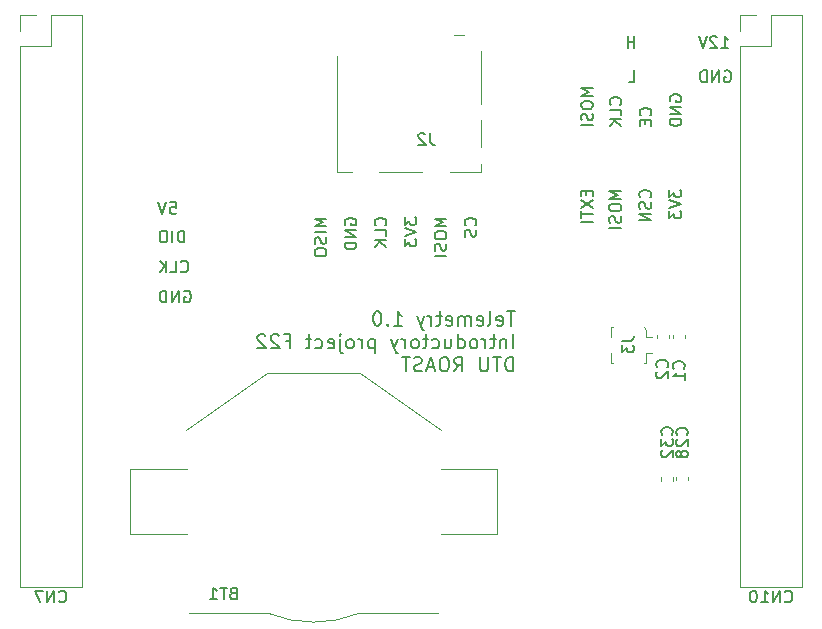
<source format=gbo>
%TF.GenerationSoftware,KiCad,Pcbnew,(6.0.1)*%
%TF.CreationDate,2022-04-28T18:35:21+02:00*%
%TF.ProjectId,STM32_NRF24_Tx,53544d33-325f-44e5-9246-32345f54782e,rev?*%
%TF.SameCoordinates,Original*%
%TF.FileFunction,Legend,Bot*%
%TF.FilePolarity,Positive*%
%FSLAX46Y46*%
G04 Gerber Fmt 4.6, Leading zero omitted, Abs format (unit mm)*
G04 Created by KiCad (PCBNEW (6.0.1)) date 2022-04-28 18:35:21*
%MOMM*%
%LPD*%
G01*
G04 APERTURE LIST*
%ADD10C,0.150000*%
%ADD11C,0.120000*%
G04 APERTURE END LIST*
D10*
X120856500Y-79224142D02*
X120904119Y-79271761D01*
X121046976Y-79319380D01*
X121142214Y-79319380D01*
X121285071Y-79271761D01*
X121380309Y-79176523D01*
X121427928Y-79081285D01*
X121475547Y-78890809D01*
X121475547Y-78747952D01*
X121427928Y-78557476D01*
X121380309Y-78462238D01*
X121285071Y-78367000D01*
X121142214Y-78319380D01*
X121046976Y-78319380D01*
X120904119Y-78367000D01*
X120856500Y-78414619D01*
X119951738Y-79319380D02*
X120427928Y-79319380D01*
X120427928Y-78319380D01*
X119618404Y-79319380D02*
X119618404Y-78319380D01*
X119046976Y-79319380D02*
X119475547Y-78747952D01*
X119046976Y-78319380D02*
X119618404Y-78890809D01*
X138166142Y-75329023D02*
X138213761Y-75281404D01*
X138261380Y-75138547D01*
X138261380Y-75043309D01*
X138213761Y-74900452D01*
X138118523Y-74805214D01*
X138023285Y-74757595D01*
X137832809Y-74709976D01*
X137689952Y-74709976D01*
X137499476Y-74757595D01*
X137404238Y-74805214D01*
X137309000Y-74900452D01*
X137261380Y-75043309D01*
X137261380Y-75138547D01*
X137309000Y-75281404D01*
X137356619Y-75329023D01*
X138261380Y-76233785D02*
X138261380Y-75757595D01*
X137261380Y-75757595D01*
X138261380Y-76567119D02*
X137261380Y-76567119D01*
X138261380Y-77138547D02*
X137689952Y-76709976D01*
X137261380Y-77138547D02*
X137832809Y-76567119D01*
X162277200Y-64825185D02*
X162229580Y-64729947D01*
X162229580Y-64587090D01*
X162277200Y-64444233D01*
X162372438Y-64348995D01*
X162467676Y-64301376D01*
X162658152Y-64253757D01*
X162801009Y-64253757D01*
X162991485Y-64301376D01*
X163086723Y-64348995D01*
X163181961Y-64444233D01*
X163229580Y-64587090D01*
X163229580Y-64682328D01*
X163181961Y-64825185D01*
X163134342Y-64872804D01*
X162801009Y-64872804D01*
X162801009Y-64682328D01*
X163229580Y-65301376D02*
X162229580Y-65301376D01*
X163229580Y-65872804D01*
X162229580Y-65872804D01*
X163229580Y-66348995D02*
X162229580Y-66348995D01*
X162229580Y-66587090D01*
X162277200Y-66729947D01*
X162372438Y-66825185D01*
X162467676Y-66872804D01*
X162658152Y-66920423D01*
X162801009Y-66920423D01*
X162991485Y-66872804D01*
X163086723Y-66825185D01*
X163181961Y-66729947D01*
X163229580Y-66587090D01*
X163229580Y-66348995D01*
X155736580Y-63729947D02*
X154736580Y-63729947D01*
X155450866Y-64063280D01*
X154736580Y-64396614D01*
X155736580Y-64396614D01*
X154736580Y-65063280D02*
X154736580Y-65253757D01*
X154784200Y-65348995D01*
X154879438Y-65444233D01*
X155069914Y-65491852D01*
X155403247Y-65491852D01*
X155593723Y-65444233D01*
X155688961Y-65348995D01*
X155736580Y-65253757D01*
X155736580Y-65063280D01*
X155688961Y-64968042D01*
X155593723Y-64872804D01*
X155403247Y-64825185D01*
X155069914Y-64825185D01*
X154879438Y-64872804D01*
X154784200Y-64968042D01*
X154736580Y-65063280D01*
X155688961Y-65872804D02*
X155736580Y-66015661D01*
X155736580Y-66253757D01*
X155688961Y-66348995D01*
X155641342Y-66396614D01*
X155546104Y-66444233D01*
X155450866Y-66444233D01*
X155355628Y-66396614D01*
X155308009Y-66348995D01*
X155260390Y-66253757D01*
X155212771Y-66063280D01*
X155165152Y-65968042D01*
X155117533Y-65920423D01*
X155022295Y-65872804D01*
X154927057Y-65872804D01*
X154831819Y-65920423D01*
X154784200Y-65968042D01*
X154736580Y-66063280D01*
X154736580Y-66301376D01*
X154784200Y-66444233D01*
X155736580Y-66872804D02*
X154736580Y-66872804D01*
X149154214Y-82627857D02*
X148468500Y-82627857D01*
X148811357Y-83827857D02*
X148811357Y-82627857D01*
X147611357Y-83770714D02*
X147725642Y-83827857D01*
X147954214Y-83827857D01*
X148068500Y-83770714D01*
X148125642Y-83656428D01*
X148125642Y-83199285D01*
X148068500Y-83085000D01*
X147954214Y-83027857D01*
X147725642Y-83027857D01*
X147611357Y-83085000D01*
X147554214Y-83199285D01*
X147554214Y-83313571D01*
X148125642Y-83427857D01*
X146868500Y-83827857D02*
X146982785Y-83770714D01*
X147039928Y-83656428D01*
X147039928Y-82627857D01*
X145954214Y-83770714D02*
X146068500Y-83827857D01*
X146297071Y-83827857D01*
X146411357Y-83770714D01*
X146468500Y-83656428D01*
X146468500Y-83199285D01*
X146411357Y-83085000D01*
X146297071Y-83027857D01*
X146068500Y-83027857D01*
X145954214Y-83085000D01*
X145897071Y-83199285D01*
X145897071Y-83313571D01*
X146468500Y-83427857D01*
X145382785Y-83827857D02*
X145382785Y-83027857D01*
X145382785Y-83142142D02*
X145325642Y-83085000D01*
X145211357Y-83027857D01*
X145039928Y-83027857D01*
X144925642Y-83085000D01*
X144868500Y-83199285D01*
X144868500Y-83827857D01*
X144868500Y-83199285D02*
X144811357Y-83085000D01*
X144697071Y-83027857D01*
X144525642Y-83027857D01*
X144411357Y-83085000D01*
X144354214Y-83199285D01*
X144354214Y-83827857D01*
X143325642Y-83770714D02*
X143439928Y-83827857D01*
X143668500Y-83827857D01*
X143782785Y-83770714D01*
X143839928Y-83656428D01*
X143839928Y-83199285D01*
X143782785Y-83085000D01*
X143668500Y-83027857D01*
X143439928Y-83027857D01*
X143325642Y-83085000D01*
X143268500Y-83199285D01*
X143268500Y-83313571D01*
X143839928Y-83427857D01*
X142925642Y-83027857D02*
X142468500Y-83027857D01*
X142754214Y-82627857D02*
X142754214Y-83656428D01*
X142697071Y-83770714D01*
X142582785Y-83827857D01*
X142468500Y-83827857D01*
X142068500Y-83827857D02*
X142068500Y-83027857D01*
X142068500Y-83256428D02*
X142011357Y-83142142D01*
X141954214Y-83085000D01*
X141839928Y-83027857D01*
X141725642Y-83027857D01*
X141439928Y-83027857D02*
X141154214Y-83827857D01*
X140868500Y-83027857D02*
X141154214Y-83827857D01*
X141268500Y-84113571D01*
X141325642Y-84170714D01*
X141439928Y-84227857D01*
X138868500Y-83827857D02*
X139554214Y-83827857D01*
X139211357Y-83827857D02*
X139211357Y-82627857D01*
X139325642Y-82799285D01*
X139439928Y-82913571D01*
X139554214Y-82970714D01*
X138354214Y-83713571D02*
X138297071Y-83770714D01*
X138354214Y-83827857D01*
X138411357Y-83770714D01*
X138354214Y-83713571D01*
X138354214Y-83827857D01*
X137554214Y-82627857D02*
X137439928Y-82627857D01*
X137325642Y-82685000D01*
X137268500Y-82742142D01*
X137211357Y-82856428D01*
X137154214Y-83085000D01*
X137154214Y-83370714D01*
X137211357Y-83599285D01*
X137268500Y-83713571D01*
X137325642Y-83770714D01*
X137439928Y-83827857D01*
X137554214Y-83827857D01*
X137668500Y-83770714D01*
X137725642Y-83713571D01*
X137782785Y-83599285D01*
X137839928Y-83370714D01*
X137839928Y-83085000D01*
X137782785Y-82856428D01*
X137725642Y-82742142D01*
X137668500Y-82685000D01*
X137554214Y-82627857D01*
X148982785Y-85759857D02*
X148982785Y-84559857D01*
X148411357Y-84959857D02*
X148411357Y-85759857D01*
X148411357Y-85074142D02*
X148354214Y-85017000D01*
X148239928Y-84959857D01*
X148068500Y-84959857D01*
X147954214Y-85017000D01*
X147897071Y-85131285D01*
X147897071Y-85759857D01*
X147497071Y-84959857D02*
X147039928Y-84959857D01*
X147325642Y-84559857D02*
X147325642Y-85588428D01*
X147268500Y-85702714D01*
X147154214Y-85759857D01*
X147039928Y-85759857D01*
X146639928Y-85759857D02*
X146639928Y-84959857D01*
X146639928Y-85188428D02*
X146582785Y-85074142D01*
X146525642Y-85017000D01*
X146411357Y-84959857D01*
X146297071Y-84959857D01*
X145725642Y-85759857D02*
X145839928Y-85702714D01*
X145897071Y-85645571D01*
X145954214Y-85531285D01*
X145954214Y-85188428D01*
X145897071Y-85074142D01*
X145839928Y-85017000D01*
X145725642Y-84959857D01*
X145554214Y-84959857D01*
X145439928Y-85017000D01*
X145382785Y-85074142D01*
X145325642Y-85188428D01*
X145325642Y-85531285D01*
X145382785Y-85645571D01*
X145439928Y-85702714D01*
X145554214Y-85759857D01*
X145725642Y-85759857D01*
X144297071Y-85759857D02*
X144297071Y-84559857D01*
X144297071Y-85702714D02*
X144411357Y-85759857D01*
X144639928Y-85759857D01*
X144754214Y-85702714D01*
X144811357Y-85645571D01*
X144868500Y-85531285D01*
X144868500Y-85188428D01*
X144811357Y-85074142D01*
X144754214Y-85017000D01*
X144639928Y-84959857D01*
X144411357Y-84959857D01*
X144297071Y-85017000D01*
X143211357Y-84959857D02*
X143211357Y-85759857D01*
X143725642Y-84959857D02*
X143725642Y-85588428D01*
X143668500Y-85702714D01*
X143554214Y-85759857D01*
X143382785Y-85759857D01*
X143268500Y-85702714D01*
X143211357Y-85645571D01*
X142125642Y-85702714D02*
X142239928Y-85759857D01*
X142468500Y-85759857D01*
X142582785Y-85702714D01*
X142639928Y-85645571D01*
X142697071Y-85531285D01*
X142697071Y-85188428D01*
X142639928Y-85074142D01*
X142582785Y-85017000D01*
X142468500Y-84959857D01*
X142239928Y-84959857D01*
X142125642Y-85017000D01*
X141782785Y-84959857D02*
X141325642Y-84959857D01*
X141611357Y-84559857D02*
X141611357Y-85588428D01*
X141554214Y-85702714D01*
X141439928Y-85759857D01*
X141325642Y-85759857D01*
X140754214Y-85759857D02*
X140868500Y-85702714D01*
X140925642Y-85645571D01*
X140982785Y-85531285D01*
X140982785Y-85188428D01*
X140925642Y-85074142D01*
X140868500Y-85017000D01*
X140754214Y-84959857D01*
X140582785Y-84959857D01*
X140468500Y-85017000D01*
X140411357Y-85074142D01*
X140354214Y-85188428D01*
X140354214Y-85531285D01*
X140411357Y-85645571D01*
X140468500Y-85702714D01*
X140582785Y-85759857D01*
X140754214Y-85759857D01*
X139839928Y-85759857D02*
X139839928Y-84959857D01*
X139839928Y-85188428D02*
X139782785Y-85074142D01*
X139725642Y-85017000D01*
X139611357Y-84959857D01*
X139497071Y-84959857D01*
X139211357Y-84959857D02*
X138925642Y-85759857D01*
X138639928Y-84959857D02*
X138925642Y-85759857D01*
X139039928Y-86045571D01*
X139097071Y-86102714D01*
X139211357Y-86159857D01*
X137268500Y-84959857D02*
X137268500Y-86159857D01*
X137268500Y-85017000D02*
X137154214Y-84959857D01*
X136925642Y-84959857D01*
X136811357Y-85017000D01*
X136754214Y-85074142D01*
X136697071Y-85188428D01*
X136697071Y-85531285D01*
X136754214Y-85645571D01*
X136811357Y-85702714D01*
X136925642Y-85759857D01*
X137154214Y-85759857D01*
X137268500Y-85702714D01*
X136182785Y-85759857D02*
X136182785Y-84959857D01*
X136182785Y-85188428D02*
X136125642Y-85074142D01*
X136068500Y-85017000D01*
X135954214Y-84959857D01*
X135839928Y-84959857D01*
X135268500Y-85759857D02*
X135382785Y-85702714D01*
X135439928Y-85645571D01*
X135497071Y-85531285D01*
X135497071Y-85188428D01*
X135439928Y-85074142D01*
X135382785Y-85017000D01*
X135268500Y-84959857D01*
X135097071Y-84959857D01*
X134982785Y-85017000D01*
X134925642Y-85074142D01*
X134868500Y-85188428D01*
X134868500Y-85531285D01*
X134925642Y-85645571D01*
X134982785Y-85702714D01*
X135097071Y-85759857D01*
X135268500Y-85759857D01*
X134354214Y-84959857D02*
X134354214Y-85988428D01*
X134411357Y-86102714D01*
X134525642Y-86159857D01*
X134582785Y-86159857D01*
X134354214Y-84559857D02*
X134411357Y-84617000D01*
X134354214Y-84674142D01*
X134297071Y-84617000D01*
X134354214Y-84559857D01*
X134354214Y-84674142D01*
X133325642Y-85702714D02*
X133439928Y-85759857D01*
X133668500Y-85759857D01*
X133782785Y-85702714D01*
X133839928Y-85588428D01*
X133839928Y-85131285D01*
X133782785Y-85017000D01*
X133668500Y-84959857D01*
X133439928Y-84959857D01*
X133325642Y-85017000D01*
X133268500Y-85131285D01*
X133268500Y-85245571D01*
X133839928Y-85359857D01*
X132239928Y-85702714D02*
X132354214Y-85759857D01*
X132582785Y-85759857D01*
X132697071Y-85702714D01*
X132754214Y-85645571D01*
X132811357Y-85531285D01*
X132811357Y-85188428D01*
X132754214Y-85074142D01*
X132697071Y-85017000D01*
X132582785Y-84959857D01*
X132354214Y-84959857D01*
X132239928Y-85017000D01*
X131897071Y-84959857D02*
X131439928Y-84959857D01*
X131725642Y-84559857D02*
X131725642Y-85588428D01*
X131668500Y-85702714D01*
X131554214Y-85759857D01*
X131439928Y-85759857D01*
X129725642Y-85131285D02*
X130125642Y-85131285D01*
X130125642Y-85759857D02*
X130125642Y-84559857D01*
X129554214Y-84559857D01*
X129154214Y-84674142D02*
X129097071Y-84617000D01*
X128982785Y-84559857D01*
X128697071Y-84559857D01*
X128582785Y-84617000D01*
X128525642Y-84674142D01*
X128468500Y-84788428D01*
X128468500Y-84902714D01*
X128525642Y-85074142D01*
X129211357Y-85759857D01*
X128468500Y-85759857D01*
X128011357Y-84674142D02*
X127954214Y-84617000D01*
X127839928Y-84559857D01*
X127554214Y-84559857D01*
X127439928Y-84617000D01*
X127382785Y-84674142D01*
X127325642Y-84788428D01*
X127325642Y-84902714D01*
X127382785Y-85074142D01*
X128068500Y-85759857D01*
X127325642Y-85759857D01*
X148982785Y-87691857D02*
X148982785Y-86491857D01*
X148697071Y-86491857D01*
X148525642Y-86549000D01*
X148411357Y-86663285D01*
X148354214Y-86777571D01*
X148297071Y-87006142D01*
X148297071Y-87177571D01*
X148354214Y-87406142D01*
X148411357Y-87520428D01*
X148525642Y-87634714D01*
X148697071Y-87691857D01*
X148982785Y-87691857D01*
X147954214Y-86491857D02*
X147268500Y-86491857D01*
X147611357Y-87691857D02*
X147611357Y-86491857D01*
X146868500Y-86491857D02*
X146868500Y-87463285D01*
X146811357Y-87577571D01*
X146754214Y-87634714D01*
X146639928Y-87691857D01*
X146411357Y-87691857D01*
X146297071Y-87634714D01*
X146239928Y-87577571D01*
X146182785Y-87463285D01*
X146182785Y-86491857D01*
X144011357Y-87691857D02*
X144411357Y-87120428D01*
X144697071Y-87691857D02*
X144697071Y-86491857D01*
X144239928Y-86491857D01*
X144125642Y-86549000D01*
X144068500Y-86606142D01*
X144011357Y-86720428D01*
X144011357Y-86891857D01*
X144068500Y-87006142D01*
X144125642Y-87063285D01*
X144239928Y-87120428D01*
X144697071Y-87120428D01*
X143268500Y-86491857D02*
X143039928Y-86491857D01*
X142925642Y-86549000D01*
X142811357Y-86663285D01*
X142754214Y-86891857D01*
X142754214Y-87291857D01*
X142811357Y-87520428D01*
X142925642Y-87634714D01*
X143039928Y-87691857D01*
X143268500Y-87691857D01*
X143382785Y-87634714D01*
X143497071Y-87520428D01*
X143554214Y-87291857D01*
X143554214Y-86891857D01*
X143497071Y-86663285D01*
X143382785Y-86549000D01*
X143268500Y-86491857D01*
X142297071Y-87349000D02*
X141725642Y-87349000D01*
X142411357Y-87691857D02*
X142011357Y-86491857D01*
X141611357Y-87691857D01*
X141268500Y-87634714D02*
X141097071Y-87691857D01*
X140811357Y-87691857D01*
X140697071Y-87634714D01*
X140639928Y-87577571D01*
X140582785Y-87463285D01*
X140582785Y-87349000D01*
X140639928Y-87234714D01*
X140697071Y-87177571D01*
X140811357Y-87120428D01*
X141039928Y-87063285D01*
X141154214Y-87006142D01*
X141211357Y-86949000D01*
X141268500Y-86834714D01*
X141268500Y-86720428D01*
X141211357Y-86606142D01*
X141154214Y-86549000D01*
X141039928Y-86491857D01*
X140754214Y-86491857D01*
X140582785Y-86549000D01*
X140239928Y-86491857D02*
X139554214Y-86491857D01*
X139897071Y-87691857D02*
X139897071Y-86491857D01*
X158124180Y-72395395D02*
X157124180Y-72395395D01*
X157838466Y-72728728D01*
X157124180Y-73062061D01*
X158124180Y-73062061D01*
X157124180Y-73728728D02*
X157124180Y-73919204D01*
X157171800Y-74014442D01*
X157267038Y-74109680D01*
X157457514Y-74157300D01*
X157790847Y-74157300D01*
X157981323Y-74109680D01*
X158076561Y-74014442D01*
X158124180Y-73919204D01*
X158124180Y-73728728D01*
X158076561Y-73633490D01*
X157981323Y-73538252D01*
X157790847Y-73490633D01*
X157457514Y-73490633D01*
X157267038Y-73538252D01*
X157171800Y-73633490D01*
X157124180Y-73728728D01*
X158076561Y-74538252D02*
X158124180Y-74681109D01*
X158124180Y-74919204D01*
X158076561Y-75014442D01*
X158028942Y-75062061D01*
X157933704Y-75109680D01*
X157838466Y-75109680D01*
X157743228Y-75062061D01*
X157695609Y-75014442D01*
X157647990Y-74919204D01*
X157600371Y-74728728D01*
X157552752Y-74633490D01*
X157505133Y-74585871D01*
X157409895Y-74538252D01*
X157314657Y-74538252D01*
X157219419Y-74585871D01*
X157171800Y-74633490D01*
X157124180Y-74728728D01*
X157124180Y-74966823D01*
X157171800Y-75109680D01*
X158124180Y-75538252D02*
X157124180Y-75538252D01*
X160568942Y-72966823D02*
X160616561Y-72919204D01*
X160664180Y-72776347D01*
X160664180Y-72681109D01*
X160616561Y-72538252D01*
X160521323Y-72443014D01*
X160426085Y-72395395D01*
X160235609Y-72347776D01*
X160092752Y-72347776D01*
X159902276Y-72395395D01*
X159807038Y-72443014D01*
X159711800Y-72538252D01*
X159664180Y-72681109D01*
X159664180Y-72776347D01*
X159711800Y-72919204D01*
X159759419Y-72966823D01*
X160616561Y-73347776D02*
X160664180Y-73490633D01*
X160664180Y-73728728D01*
X160616561Y-73823966D01*
X160568942Y-73871585D01*
X160473704Y-73919204D01*
X160378466Y-73919204D01*
X160283228Y-73871585D01*
X160235609Y-73823966D01*
X160187990Y-73728728D01*
X160140371Y-73538252D01*
X160092752Y-73443014D01*
X160045133Y-73395395D01*
X159949895Y-73347776D01*
X159854657Y-73347776D01*
X159759419Y-73395395D01*
X159711800Y-73443014D01*
X159664180Y-73538252D01*
X159664180Y-73776347D01*
X159711800Y-73919204D01*
X160664180Y-74347776D02*
X159664180Y-74347776D01*
X160664180Y-74919204D01*
X159664180Y-74919204D01*
X119951738Y-73366380D02*
X120427928Y-73366380D01*
X120475547Y-73842571D01*
X120427928Y-73794952D01*
X120332690Y-73747333D01*
X120094595Y-73747333D01*
X119999357Y-73794952D01*
X119951738Y-73842571D01*
X119904119Y-73937809D01*
X119904119Y-74175904D01*
X119951738Y-74271142D01*
X119999357Y-74318761D01*
X120094595Y-74366380D01*
X120332690Y-74366380D01*
X120427928Y-74318761D01*
X120475547Y-74271142D01*
X119618404Y-73366380D02*
X119285071Y-74366380D01*
X118951738Y-73366380D01*
X162204180Y-72300157D02*
X162204180Y-72919204D01*
X162585133Y-72585871D01*
X162585133Y-72728728D01*
X162632752Y-72823966D01*
X162680371Y-72871585D01*
X162775609Y-72919204D01*
X163013704Y-72919204D01*
X163108942Y-72871585D01*
X163156561Y-72823966D01*
X163204180Y-72728728D01*
X163204180Y-72443014D01*
X163156561Y-72347776D01*
X163108942Y-72300157D01*
X162204180Y-73204919D02*
X163204180Y-73538252D01*
X162204180Y-73871585D01*
X162204180Y-74109680D02*
X162204180Y-74728728D01*
X162585133Y-74395395D01*
X162585133Y-74538252D01*
X162632752Y-74633490D01*
X162680371Y-74681109D01*
X162775609Y-74728728D01*
X163013704Y-74728728D01*
X163108942Y-74681109D01*
X163156561Y-74633490D01*
X163204180Y-74538252D01*
X163204180Y-74252538D01*
X163156561Y-74157300D01*
X163108942Y-74109680D01*
X166887614Y-62263400D02*
X166982852Y-62215780D01*
X167125709Y-62215780D01*
X167268566Y-62263400D01*
X167363804Y-62358638D01*
X167411423Y-62453876D01*
X167459042Y-62644352D01*
X167459042Y-62787209D01*
X167411423Y-62977685D01*
X167363804Y-63072923D01*
X167268566Y-63168161D01*
X167125709Y-63215780D01*
X167030471Y-63215780D01*
X166887614Y-63168161D01*
X166839995Y-63120542D01*
X166839995Y-62787209D01*
X167030471Y-62787209D01*
X166411423Y-63215780D02*
X166411423Y-62215780D01*
X165839995Y-63215780D01*
X165839995Y-62215780D01*
X165363804Y-63215780D02*
X165363804Y-62215780D01*
X165125709Y-62215780D01*
X164982852Y-62263400D01*
X164887614Y-62358638D01*
X164839995Y-62453876D01*
X164792376Y-62644352D01*
X164792376Y-62787209D01*
X164839995Y-62977685D01*
X164887614Y-63072923D01*
X164982852Y-63168161D01*
X165125709Y-63215780D01*
X165363804Y-63215780D01*
X166601900Y-60320180D02*
X167173328Y-60320180D01*
X166887614Y-60320180D02*
X166887614Y-59320180D01*
X166982852Y-59463038D01*
X167078090Y-59558276D01*
X167173328Y-59605895D01*
X166220947Y-59415419D02*
X166173328Y-59367800D01*
X166078090Y-59320180D01*
X165839995Y-59320180D01*
X165744757Y-59367800D01*
X165697138Y-59415419D01*
X165649519Y-59510657D01*
X165649519Y-59605895D01*
X165697138Y-59748752D01*
X166268566Y-60320180D01*
X165649519Y-60320180D01*
X165363804Y-59320180D02*
X165030471Y-60320180D01*
X164697138Y-59320180D01*
X139801380Y-74662357D02*
X139801380Y-75281404D01*
X140182333Y-74948071D01*
X140182333Y-75090928D01*
X140229952Y-75186166D01*
X140277571Y-75233785D01*
X140372809Y-75281404D01*
X140610904Y-75281404D01*
X140706142Y-75233785D01*
X140753761Y-75186166D01*
X140801380Y-75090928D01*
X140801380Y-74805214D01*
X140753761Y-74709976D01*
X140706142Y-74662357D01*
X139801380Y-75567119D02*
X140801380Y-75900452D01*
X139801380Y-76233785D01*
X139801380Y-76471880D02*
X139801380Y-77090928D01*
X140182333Y-76757595D01*
X140182333Y-76900452D01*
X140229952Y-76995690D01*
X140277571Y-77043309D01*
X140372809Y-77090928D01*
X140610904Y-77090928D01*
X140706142Y-77043309D01*
X140753761Y-76995690D01*
X140801380Y-76900452D01*
X140801380Y-76614738D01*
X140753761Y-76519500D01*
X140706142Y-76471880D01*
X158054342Y-65110900D02*
X158101961Y-65063280D01*
X158149580Y-64920423D01*
X158149580Y-64825185D01*
X158101961Y-64682328D01*
X158006723Y-64587090D01*
X157911485Y-64539471D01*
X157721009Y-64491852D01*
X157578152Y-64491852D01*
X157387676Y-64539471D01*
X157292438Y-64587090D01*
X157197200Y-64682328D01*
X157149580Y-64825185D01*
X157149580Y-64920423D01*
X157197200Y-65063280D01*
X157244819Y-65110900D01*
X158149580Y-66015661D02*
X158149580Y-65539471D01*
X157149580Y-65539471D01*
X158149580Y-66348995D02*
X157149580Y-66348995D01*
X158149580Y-66920423D02*
X157578152Y-66491852D01*
X157149580Y-66920423D02*
X157721009Y-66348995D01*
X160594342Y-66015661D02*
X160641961Y-65968042D01*
X160689580Y-65825185D01*
X160689580Y-65729947D01*
X160641961Y-65587090D01*
X160546723Y-65491852D01*
X160451485Y-65444233D01*
X160261009Y-65396614D01*
X160118152Y-65396614D01*
X159927676Y-65444233D01*
X159832438Y-65491852D01*
X159737200Y-65587090D01*
X159689580Y-65729947D01*
X159689580Y-65825185D01*
X159737200Y-65968042D01*
X159784819Y-66015661D01*
X160165771Y-66444233D02*
X160165771Y-66777566D01*
X160689580Y-66920423D02*
X160689580Y-66444233D01*
X159689580Y-66444233D01*
X159689580Y-66920423D01*
X155187371Y-72395395D02*
X155187371Y-72728728D01*
X155711180Y-72871585D02*
X155711180Y-72395395D01*
X154711180Y-72395395D01*
X154711180Y-72871585D01*
X154711180Y-73204919D02*
X155711180Y-73871585D01*
X154711180Y-73871585D02*
X155711180Y-73204919D01*
X154711180Y-74109680D02*
X154711180Y-74681109D01*
X155711180Y-74395395D02*
X154711180Y-74395395D01*
X155711180Y-75014442D02*
X154711180Y-75014442D01*
X145786142Y-75329023D02*
X145833761Y-75281404D01*
X145881380Y-75138547D01*
X145881380Y-75043309D01*
X145833761Y-74900452D01*
X145738523Y-74805214D01*
X145643285Y-74757595D01*
X145452809Y-74709976D01*
X145309952Y-74709976D01*
X145119476Y-74757595D01*
X145024238Y-74805214D01*
X144929000Y-74900452D01*
X144881380Y-75043309D01*
X144881380Y-75138547D01*
X144929000Y-75281404D01*
X144976619Y-75329023D01*
X145833761Y-75709976D02*
X145881380Y-75852833D01*
X145881380Y-76090928D01*
X145833761Y-76186166D01*
X145786142Y-76233785D01*
X145690904Y-76281404D01*
X145595666Y-76281404D01*
X145500428Y-76233785D01*
X145452809Y-76186166D01*
X145405190Y-76090928D01*
X145357571Y-75900452D01*
X145309952Y-75805214D01*
X145262333Y-75757595D01*
X145167095Y-75709976D01*
X145071857Y-75709976D01*
X144976619Y-75757595D01*
X144929000Y-75805214D01*
X144881380Y-75900452D01*
X144881380Y-76138547D01*
X144929000Y-76281404D01*
X134769000Y-75281404D02*
X134721380Y-75186166D01*
X134721380Y-75043309D01*
X134769000Y-74900452D01*
X134864238Y-74805214D01*
X134959476Y-74757595D01*
X135149952Y-74709976D01*
X135292809Y-74709976D01*
X135483285Y-74757595D01*
X135578523Y-74805214D01*
X135673761Y-74900452D01*
X135721380Y-75043309D01*
X135721380Y-75138547D01*
X135673761Y-75281404D01*
X135626142Y-75329023D01*
X135292809Y-75329023D01*
X135292809Y-75138547D01*
X135721380Y-75757595D02*
X134721380Y-75757595D01*
X135721380Y-76329023D01*
X134721380Y-76329023D01*
X135721380Y-76805214D02*
X134721380Y-76805214D01*
X134721380Y-77043309D01*
X134769000Y-77186166D01*
X134864238Y-77281404D01*
X134959476Y-77329023D01*
X135149952Y-77376642D01*
X135292809Y-77376642D01*
X135483285Y-77329023D01*
X135578523Y-77281404D01*
X135673761Y-77186166D01*
X135721380Y-77043309D01*
X135721380Y-76805214D01*
X121142214Y-80907000D02*
X121237452Y-80859380D01*
X121380309Y-80859380D01*
X121523166Y-80907000D01*
X121618404Y-81002238D01*
X121666023Y-81097476D01*
X121713642Y-81287952D01*
X121713642Y-81430809D01*
X121666023Y-81621285D01*
X121618404Y-81716523D01*
X121523166Y-81811761D01*
X121380309Y-81859380D01*
X121285071Y-81859380D01*
X121142214Y-81811761D01*
X121094595Y-81764142D01*
X121094595Y-81430809D01*
X121285071Y-81430809D01*
X120666023Y-81859380D02*
X120666023Y-80859380D01*
X120094595Y-81859380D01*
X120094595Y-80859380D01*
X119618404Y-81859380D02*
X119618404Y-80859380D01*
X119380309Y-80859380D01*
X119237452Y-80907000D01*
X119142214Y-81002238D01*
X119094595Y-81097476D01*
X119046976Y-81287952D01*
X119046976Y-81430809D01*
X119094595Y-81621285D01*
X119142214Y-81716523D01*
X119237452Y-81811761D01*
X119380309Y-81859380D01*
X119618404Y-81859380D01*
X158765014Y-63215780D02*
X159241204Y-63215780D01*
X159241204Y-62215780D01*
X121142214Y-76779380D02*
X121142214Y-75779380D01*
X120904119Y-75779380D01*
X120761261Y-75827000D01*
X120666023Y-75922238D01*
X120618404Y-76017476D01*
X120570785Y-76207952D01*
X120570785Y-76350809D01*
X120618404Y-76541285D01*
X120666023Y-76636523D01*
X120761261Y-76731761D01*
X120904119Y-76779380D01*
X121142214Y-76779380D01*
X120142214Y-76779380D02*
X120142214Y-75779380D01*
X119475547Y-75779380D02*
X119285071Y-75779380D01*
X119189833Y-75827000D01*
X119094595Y-75922238D01*
X119046976Y-76112714D01*
X119046976Y-76446047D01*
X119094595Y-76636523D01*
X119189833Y-76731761D01*
X119285071Y-76779380D01*
X119475547Y-76779380D01*
X119570785Y-76731761D01*
X119666023Y-76636523D01*
X119713642Y-76446047D01*
X119713642Y-76112714D01*
X119666023Y-75922238D01*
X119570785Y-75827000D01*
X119475547Y-75779380D01*
X159241204Y-60320180D02*
X159241204Y-59320180D01*
X159241204Y-59796371D02*
X158669776Y-59796371D01*
X158669776Y-60320180D02*
X158669776Y-59320180D01*
X143341380Y-74757595D02*
X142341380Y-74757595D01*
X143055666Y-75090928D01*
X142341380Y-75424261D01*
X143341380Y-75424261D01*
X142341380Y-76090928D02*
X142341380Y-76281404D01*
X142389000Y-76376642D01*
X142484238Y-76471880D01*
X142674714Y-76519500D01*
X143008047Y-76519500D01*
X143198523Y-76471880D01*
X143293761Y-76376642D01*
X143341380Y-76281404D01*
X143341380Y-76090928D01*
X143293761Y-75995690D01*
X143198523Y-75900452D01*
X143008047Y-75852833D01*
X142674714Y-75852833D01*
X142484238Y-75900452D01*
X142389000Y-75995690D01*
X142341380Y-76090928D01*
X143293761Y-76900452D02*
X143341380Y-77043309D01*
X143341380Y-77281404D01*
X143293761Y-77376642D01*
X143246142Y-77424261D01*
X143150904Y-77471880D01*
X143055666Y-77471880D01*
X142960428Y-77424261D01*
X142912809Y-77376642D01*
X142865190Y-77281404D01*
X142817571Y-77090928D01*
X142769952Y-76995690D01*
X142722333Y-76948071D01*
X142627095Y-76900452D01*
X142531857Y-76900452D01*
X142436619Y-76948071D01*
X142389000Y-76995690D01*
X142341380Y-77090928D01*
X142341380Y-77329023D01*
X142389000Y-77471880D01*
X143341380Y-77900452D02*
X142341380Y-77900452D01*
X133181380Y-74757595D02*
X132181380Y-74757595D01*
X132895666Y-75090928D01*
X132181380Y-75424261D01*
X133181380Y-75424261D01*
X133181380Y-75900452D02*
X132181380Y-75900452D01*
X133133761Y-76329023D02*
X133181380Y-76471880D01*
X133181380Y-76709976D01*
X133133761Y-76805214D01*
X133086142Y-76852833D01*
X132990904Y-76900452D01*
X132895666Y-76900452D01*
X132800428Y-76852833D01*
X132752809Y-76805214D01*
X132705190Y-76709976D01*
X132657571Y-76519500D01*
X132609952Y-76424261D01*
X132562333Y-76376642D01*
X132467095Y-76329023D01*
X132371857Y-76329023D01*
X132276619Y-76376642D01*
X132229000Y-76424261D01*
X132181380Y-76519500D01*
X132181380Y-76757595D01*
X132229000Y-76900452D01*
X132181380Y-77519500D02*
X132181380Y-77709976D01*
X132229000Y-77805214D01*
X132324238Y-77900452D01*
X132514714Y-77948071D01*
X132848047Y-77948071D01*
X133038523Y-77900452D01*
X133133761Y-77805214D01*
X133181380Y-77709976D01*
X133181380Y-77519500D01*
X133133761Y-77424261D01*
X133038523Y-77329023D01*
X132848047Y-77281404D01*
X132514714Y-77281404D01*
X132324238Y-77329023D01*
X132229000Y-77424261D01*
X132181380Y-77519500D01*
%TO.C,CN7*%
X110548262Y-107164142D02*
X110595881Y-107211761D01*
X110738738Y-107259380D01*
X110833976Y-107259380D01*
X110976833Y-107211761D01*
X111072071Y-107116523D01*
X111119690Y-107021285D01*
X111167309Y-106830809D01*
X111167309Y-106687952D01*
X111119690Y-106497476D01*
X111072071Y-106402238D01*
X110976833Y-106307000D01*
X110833976Y-106259380D01*
X110738738Y-106259380D01*
X110595881Y-106307000D01*
X110548262Y-106354619D01*
X110119690Y-107259380D02*
X110119690Y-106259380D01*
X109548262Y-107259380D01*
X109548262Y-106259380D01*
X109167309Y-106259380D02*
X108500643Y-106259380D01*
X108929214Y-107259380D01*
%TO.C,J2*%
X141952333Y-67524380D02*
X141952333Y-68238666D01*
X141999952Y-68381523D01*
X142095190Y-68476761D01*
X142238047Y-68524380D01*
X142333285Y-68524380D01*
X141523761Y-67619619D02*
X141476142Y-67572000D01*
X141380904Y-67524380D01*
X141142809Y-67524380D01*
X141047571Y-67572000D01*
X140999952Y-67619619D01*
X140952333Y-67714857D01*
X140952333Y-67810095D01*
X140999952Y-67952952D01*
X141571380Y-68524380D01*
X140952333Y-68524380D01*
%TO.C,BT1*%
X125273714Y-106481571D02*
X125130857Y-106529190D01*
X125083238Y-106576809D01*
X125035619Y-106672047D01*
X125035619Y-106814904D01*
X125083238Y-106910142D01*
X125130857Y-106957761D01*
X125226095Y-107005380D01*
X125607047Y-107005380D01*
X125607047Y-106005380D01*
X125273714Y-106005380D01*
X125178476Y-106053000D01*
X125130857Y-106100619D01*
X125083238Y-106195857D01*
X125083238Y-106291095D01*
X125130857Y-106386333D01*
X125178476Y-106433952D01*
X125273714Y-106481571D01*
X125607047Y-106481571D01*
X124749904Y-106005380D02*
X124178476Y-106005380D01*
X124464190Y-107005380D02*
X124464190Y-106005380D01*
X123321333Y-107005380D02*
X123892761Y-107005380D01*
X123607047Y-107005380D02*
X123607047Y-106005380D01*
X123702285Y-106148238D01*
X123797523Y-106243476D01*
X123892761Y-106291095D01*
%TO.C,J3*%
X158216380Y-85086866D02*
X158930666Y-85086866D01*
X159073523Y-85039247D01*
X159168761Y-84944009D01*
X159216380Y-84801152D01*
X159216380Y-84705914D01*
X158216380Y-85467819D02*
X158216380Y-86086866D01*
X158597333Y-85753533D01*
X158597333Y-85896390D01*
X158644952Y-85991628D01*
X158692571Y-86039247D01*
X158787809Y-86086866D01*
X159025904Y-86086866D01*
X159121142Y-86039247D01*
X159168761Y-85991628D01*
X159216380Y-85896390D01*
X159216380Y-85610676D01*
X159168761Y-85515438D01*
X159121142Y-85467819D01*
%TO.C,C28*%
X163679142Y-93083142D02*
X163726761Y-93035523D01*
X163774380Y-92892666D01*
X163774380Y-92797428D01*
X163726761Y-92654571D01*
X163631523Y-92559333D01*
X163536285Y-92511714D01*
X163345809Y-92464095D01*
X163202952Y-92464095D01*
X163012476Y-92511714D01*
X162917238Y-92559333D01*
X162822000Y-92654571D01*
X162774380Y-92797428D01*
X162774380Y-92892666D01*
X162822000Y-93035523D01*
X162869619Y-93083142D01*
X162869619Y-93464095D02*
X162822000Y-93511714D01*
X162774380Y-93606952D01*
X162774380Y-93845047D01*
X162822000Y-93940285D01*
X162869619Y-93987904D01*
X162964857Y-94035523D01*
X163060095Y-94035523D01*
X163202952Y-93987904D01*
X163774380Y-93416476D01*
X163774380Y-94035523D01*
X163202952Y-94606952D02*
X163155333Y-94511714D01*
X163107714Y-94464095D01*
X163012476Y-94416476D01*
X162964857Y-94416476D01*
X162869619Y-94464095D01*
X162822000Y-94511714D01*
X162774380Y-94606952D01*
X162774380Y-94797428D01*
X162822000Y-94892666D01*
X162869619Y-94940285D01*
X162964857Y-94987904D01*
X163012476Y-94987904D01*
X163107714Y-94940285D01*
X163155333Y-94892666D01*
X163202952Y-94797428D01*
X163202952Y-94606952D01*
X163250571Y-94511714D01*
X163298190Y-94464095D01*
X163393428Y-94416476D01*
X163583904Y-94416476D01*
X163679142Y-94464095D01*
X163726761Y-94511714D01*
X163774380Y-94606952D01*
X163774380Y-94797428D01*
X163726761Y-94892666D01*
X163679142Y-94940285D01*
X163583904Y-94987904D01*
X163393428Y-94987904D01*
X163298190Y-94940285D01*
X163250571Y-94892666D01*
X163202952Y-94797428D01*
%TO.C,CN10*%
X171984452Y-107164142D02*
X172032071Y-107211761D01*
X172174928Y-107259380D01*
X172270166Y-107259380D01*
X172413024Y-107211761D01*
X172508262Y-107116523D01*
X172555881Y-107021285D01*
X172603500Y-106830809D01*
X172603500Y-106687952D01*
X172555881Y-106497476D01*
X172508262Y-106402238D01*
X172413024Y-106307000D01*
X172270166Y-106259380D01*
X172174928Y-106259380D01*
X172032071Y-106307000D01*
X171984452Y-106354619D01*
X171555881Y-107259380D02*
X171555881Y-106259380D01*
X170984452Y-107259380D01*
X170984452Y-106259380D01*
X169984452Y-107259380D02*
X170555881Y-107259380D01*
X170270166Y-107259380D02*
X170270166Y-106259380D01*
X170365405Y-106402238D01*
X170460643Y-106497476D01*
X170555881Y-106545095D01*
X169365405Y-106259380D02*
X169270166Y-106259380D01*
X169174928Y-106307000D01*
X169127309Y-106354619D01*
X169079690Y-106449857D01*
X169032071Y-106640333D01*
X169032071Y-106878428D01*
X169079690Y-107068904D01*
X169127309Y-107164142D01*
X169174928Y-107211761D01*
X169270166Y-107259380D01*
X169365405Y-107259380D01*
X169460643Y-107211761D01*
X169508262Y-107164142D01*
X169555881Y-107068904D01*
X169603500Y-106878428D01*
X169603500Y-106640333D01*
X169555881Y-106449857D01*
X169508262Y-106354619D01*
X169460643Y-106307000D01*
X169365405Y-106259380D01*
%TO.C,C32*%
X162423142Y-93057742D02*
X162470761Y-93010123D01*
X162518380Y-92867266D01*
X162518380Y-92772028D01*
X162470761Y-92629171D01*
X162375523Y-92533933D01*
X162280285Y-92486314D01*
X162089809Y-92438695D01*
X161946952Y-92438695D01*
X161756476Y-92486314D01*
X161661238Y-92533933D01*
X161566000Y-92629171D01*
X161518380Y-92772028D01*
X161518380Y-92867266D01*
X161566000Y-93010123D01*
X161613619Y-93057742D01*
X161518380Y-93391076D02*
X161518380Y-94010123D01*
X161899333Y-93676790D01*
X161899333Y-93819647D01*
X161946952Y-93914885D01*
X161994571Y-93962504D01*
X162089809Y-94010123D01*
X162327904Y-94010123D01*
X162423142Y-93962504D01*
X162470761Y-93914885D01*
X162518380Y-93819647D01*
X162518380Y-93533933D01*
X162470761Y-93438695D01*
X162423142Y-93391076D01*
X161613619Y-94391076D02*
X161566000Y-94438695D01*
X161518380Y-94533933D01*
X161518380Y-94772028D01*
X161566000Y-94867266D01*
X161613619Y-94914885D01*
X161708857Y-94962504D01*
X161804095Y-94962504D01*
X161946952Y-94914885D01*
X162518380Y-94343457D01*
X162518380Y-94962504D01*
%TO.C,C2*%
X162016742Y-87336333D02*
X162064361Y-87288714D01*
X162111980Y-87145857D01*
X162111980Y-87050619D01*
X162064361Y-86907761D01*
X161969123Y-86812523D01*
X161873885Y-86764904D01*
X161683409Y-86717285D01*
X161540552Y-86717285D01*
X161350076Y-86764904D01*
X161254838Y-86812523D01*
X161159600Y-86907761D01*
X161111980Y-87050619D01*
X161111980Y-87145857D01*
X161159600Y-87288714D01*
X161207219Y-87336333D01*
X161207219Y-87717285D02*
X161159600Y-87764904D01*
X161111980Y-87860142D01*
X161111980Y-88098238D01*
X161159600Y-88193476D01*
X161207219Y-88241095D01*
X161302457Y-88288714D01*
X161397695Y-88288714D01*
X161540552Y-88241095D01*
X162111980Y-87669666D01*
X162111980Y-88288714D01*
%TO.C,C1*%
X163413742Y-87463333D02*
X163461361Y-87415714D01*
X163508980Y-87272857D01*
X163508980Y-87177619D01*
X163461361Y-87034761D01*
X163366123Y-86939523D01*
X163270885Y-86891904D01*
X163080409Y-86844285D01*
X162937552Y-86844285D01*
X162747076Y-86891904D01*
X162651838Y-86939523D01*
X162556600Y-87034761D01*
X162508980Y-87177619D01*
X162508980Y-87272857D01*
X162556600Y-87415714D01*
X162604219Y-87463333D01*
X163508980Y-88415714D02*
X163508980Y-87844285D01*
X163508980Y-88130000D02*
X162508980Y-88130000D01*
X162651838Y-88034761D01*
X162747076Y-87939523D01*
X162794695Y-87844285D01*
D11*
%TO.C,CN7*%
X112457786Y-57556786D02*
X112457786Y-105936786D01*
X109857786Y-57556786D02*
X109857786Y-60156786D01*
X107257786Y-57556786D02*
X107257786Y-58886786D01*
X108587786Y-57556786D02*
X107257786Y-57556786D01*
X112457786Y-105936786D02*
X107257786Y-105936786D01*
X107257786Y-60156786D02*
X107257786Y-105936786D01*
X112457786Y-57556786D02*
X109857786Y-57556786D01*
X109857786Y-60156786D02*
X107257786Y-60156786D01*
%TO.C,J2*%
X146278000Y-60574000D02*
X146278000Y-65024000D01*
X146278000Y-70844000D02*
X143598000Y-70844000D01*
X146278000Y-66424000D02*
X146278000Y-68724000D01*
X146278000Y-70124000D02*
X146278000Y-70844000D01*
X144798000Y-59204000D02*
X143938000Y-59204000D01*
X135328000Y-70844000D02*
X134098000Y-70844000D01*
X141298000Y-70844000D02*
X137628000Y-70844000D01*
X134098000Y-70844000D02*
X134098000Y-61024000D01*
%TO.C,BT1*%
X142844000Y-95929000D02*
X147644000Y-95929000D01*
X121544000Y-108179000D02*
X128244000Y-108179000D01*
X121344000Y-101429000D02*
X116544000Y-101429000D01*
X147644000Y-95929000D02*
X147644000Y-101429000D01*
X147644000Y-101429000D02*
X142844000Y-101429000D01*
X121294000Y-92629000D02*
X128144000Y-87829000D01*
X142644000Y-108179000D02*
X135944000Y-108179000D01*
X116544000Y-101429000D02*
X116544000Y-95929000D01*
X136044000Y-87829000D02*
X142844000Y-92629000D01*
X128144000Y-87829000D02*
X136044000Y-87829000D01*
X116544000Y-95929000D02*
X121344000Y-95929000D01*
X128247615Y-108180464D02*
G75*
G03*
X135944000Y-108179000I3846385J9501471D01*
G01*
%TO.C,J3*%
X157250000Y-83971000D02*
X157250000Y-84771000D01*
X160050000Y-86971000D02*
X160250000Y-86971000D01*
X160250000Y-84771000D02*
X160250000Y-84171000D01*
X157250000Y-86971000D02*
X157450000Y-86971000D01*
X160250000Y-86171000D02*
X160750000Y-86171000D01*
X160250000Y-84171000D02*
X160050000Y-83971000D01*
X160250000Y-86971000D02*
X160250000Y-86171000D01*
X157450000Y-83971000D02*
X157250000Y-83971000D01*
X157250000Y-86171000D02*
X157250000Y-86971000D01*
X160250000Y-84771000D02*
X160750000Y-84771000D01*
%TO.C,C28*%
X162812000Y-96920267D02*
X162812000Y-96627733D01*
X163832000Y-96920267D02*
X163832000Y-96627733D01*
%TO.C,CN10*%
X173417786Y-57556786D02*
X170817786Y-57556786D01*
X173417786Y-57556786D02*
X173417786Y-105936786D01*
X168217786Y-60156786D02*
X168217786Y-105936786D01*
X170817786Y-57556786D02*
X170817786Y-60156786D01*
X169547786Y-57556786D02*
X168217786Y-57556786D01*
X170817786Y-60156786D02*
X168217786Y-60156786D01*
X168217786Y-57556786D02*
X168217786Y-58886786D01*
X173417786Y-105936786D02*
X168217786Y-105936786D01*
%TO.C,C32*%
X161505200Y-96945667D02*
X161505200Y-96653133D01*
X162525200Y-96945667D02*
X162525200Y-96653133D01*
%TO.C,C2*%
X161161001Y-84881767D02*
X161161001Y-84589233D01*
X162181001Y-84881767D02*
X162181001Y-84589233D01*
%TO.C,C1*%
X163578000Y-84881767D02*
X163578000Y-84589233D01*
X162558000Y-84881767D02*
X162558000Y-84589233D01*
%TD*%
M02*

</source>
